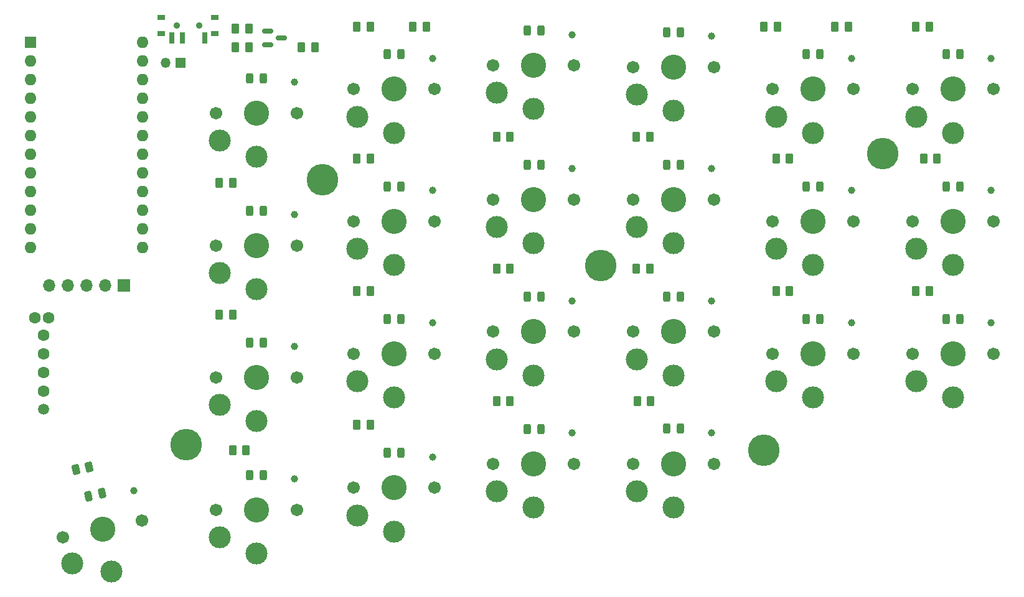
<source format=gts>
%TF.GenerationSoftware,KiCad,Pcbnew,7.0.5-0*%
%TF.CreationDate,2023-08-04T20:21:57+09:30*%
%TF.ProjectId,Rolio,436f726e-6552-46f6-9c69-6f2e6b696361,rev?*%
%TF.SameCoordinates,Original*%
%TF.FileFunction,Soldermask,Top*%
%TF.FilePolarity,Negative*%
%FSLAX46Y46*%
G04 Gerber Fmt 4.6, Leading zero omitted, Abs format (unit mm)*
G04 Created by KiCad (PCBNEW 7.0.5-0) date 2023-08-04 20:21:57*
%MOMM*%
%LPD*%
G01*
G04 APERTURE LIST*
G04 Aperture macros list*
%AMRoundRect*
0 Rectangle with rounded corners*
0 $1 Rounding radius*
0 $2 $3 $4 $5 $6 $7 $8 $9 X,Y pos of 4 corners*
0 Add a 4 corners polygon primitive as box body*
4,1,4,$2,$3,$4,$5,$6,$7,$8,$9,$2,$3,0*
0 Add four circle primitives for the rounded corners*
1,1,$1+$1,$2,$3*
1,1,$1+$1,$4,$5*
1,1,$1+$1,$6,$7*
1,1,$1+$1,$8,$9*
0 Add four rect primitives between the rounded corners*
20,1,$1+$1,$2,$3,$4,$5,0*
20,1,$1+$1,$4,$5,$6,$7,0*
20,1,$1+$1,$6,$7,$8,$9,0*
20,1,$1+$1,$8,$9,$2,$3,0*%
G04 Aperture macros list end*
%ADD10C,1.701800*%
%ADD11C,3.000000*%
%ADD12C,3.429000*%
%ADD13C,0.990600*%
%ADD14RoundRect,0.250000X-0.262500X-0.450000X0.262500X-0.450000X0.262500X0.450000X-0.262500X0.450000X0*%
%ADD15C,4.300000*%
%ADD16RoundRect,0.243750X-0.243750X-0.456250X0.243750X-0.456250X0.243750X0.456250X-0.243750X0.456250X0*%
%ADD17R,1.700000X1.700000*%
%ADD18O,1.700000X1.700000*%
%ADD19RoundRect,0.250000X0.163203X0.494743X-0.350324X0.385590X-0.163203X-0.494743X0.350324X-0.385590X0*%
%ADD20C,1.500000*%
%ADD21C,1.600000*%
%ADD22R,1.000000X0.800000*%
%ADD23C,0.900000*%
%ADD24R,0.700000X1.500000*%
%ADD25RoundRect,0.250000X0.262500X0.450000X-0.262500X0.450000X-0.262500X-0.450000X0.262500X-0.450000X0*%
%ADD26R,1.600000X1.600000*%
%ADD27O,1.600000X1.600000*%
%ADD28RoundRect,0.150000X-0.587500X-0.150000X0.587500X-0.150000X0.587500X0.150000X-0.587500X0.150000X0*%
%ADD29R,1.350000X1.350000*%
%ADD30O,1.350000X1.350000*%
%ADD31RoundRect,0.243750X-0.143564X-0.496958X0.333283X-0.395601X0.143564X0.496958X-0.333283X0.395601X0*%
G04 APERTURE END LIST*
D10*
X154320000Y-46530000D03*
D11*
X154820000Y-50280000D03*
D12*
X159820000Y-46530000D03*
D11*
X159820000Y-52480000D03*
D13*
X165040000Y-42330000D03*
D10*
X165320000Y-46530000D03*
D14*
X173787500Y-37980000D03*
X175612500Y-37980000D03*
D10*
X116320000Y-97530000D03*
D11*
X116820000Y-101280000D03*
D12*
X121820000Y-97530000D03*
D11*
X121820000Y-103480000D03*
D13*
X127040000Y-93330000D03*
D10*
X127320000Y-97530000D03*
X135320000Y-97530000D03*
D11*
X135820000Y-101280000D03*
D12*
X140820000Y-97530000D03*
D11*
X140820000Y-103480000D03*
D13*
X146040000Y-93330000D03*
D10*
X146320000Y-97530000D03*
D15*
X153095500Y-95672000D03*
D10*
X135320000Y-61530000D03*
D11*
X135820000Y-65280000D03*
D12*
X140820000Y-61530000D03*
D11*
X140820000Y-67480000D03*
D13*
X146040000Y-57330000D03*
D10*
X146320000Y-61530000D03*
D16*
X120902500Y-38525000D03*
X122777500Y-38525000D03*
D10*
X154320000Y-64530000D03*
D11*
X154820000Y-68280000D03*
D12*
X159820000Y-64530000D03*
D11*
X159820000Y-70480000D03*
D13*
X165040000Y-60330000D03*
D10*
X165320000Y-64530000D03*
D14*
X135787500Y-52980000D03*
X137612500Y-52980000D03*
D16*
X120902500Y-74775000D03*
X122777500Y-74775000D03*
D14*
X97787500Y-55980000D03*
X99612500Y-55980000D03*
D17*
X66047500Y-73280000D03*
D18*
X63507500Y-73280000D03*
X60967500Y-73280000D03*
X58427500Y-73280000D03*
X55887500Y-73280000D03*
D16*
X139902500Y-38775000D03*
X141777500Y-38775000D03*
X83182500Y-45025000D03*
X85057500Y-45025000D03*
D14*
X81274000Y-40808000D03*
X83099000Y-40808000D03*
D19*
X61352000Y-97958000D03*
X59566880Y-98337438D03*
D10*
X78600000Y-49780000D03*
D11*
X79100000Y-53530000D03*
D12*
X84100000Y-49780000D03*
D11*
X84100000Y-55730000D03*
D13*
X89320000Y-45580000D03*
D10*
X89600000Y-49780000D03*
D20*
X55197500Y-90130000D03*
D21*
X55197500Y-80020000D03*
X55197500Y-82560000D03*
X55197500Y-85100000D03*
X55197500Y-87640000D03*
X53972500Y-77630000D03*
X55822500Y-77630000D03*
D16*
X83182500Y-81025000D03*
X85057500Y-81025000D03*
D14*
X135787500Y-70980000D03*
X137612500Y-70980000D03*
X154787500Y-73980000D03*
X156612500Y-73980000D03*
X174837000Y-55980000D03*
X176662000Y-55980000D03*
X116787500Y-88980000D03*
X118612500Y-88980000D03*
X81274000Y-38268000D03*
X83099000Y-38268000D03*
D16*
X139902500Y-92675000D03*
X141777500Y-92675000D03*
D10*
X173320000Y-82530000D03*
D11*
X173820000Y-86280000D03*
D12*
X178820000Y-82530000D03*
D11*
X178820000Y-88480000D03*
D13*
X184040000Y-78330000D03*
D10*
X184320000Y-82530000D03*
D16*
X139902500Y-56775000D03*
X141777500Y-56775000D03*
D22*
X78464000Y-38922000D03*
X78464000Y-36712000D03*
D23*
X76314000Y-37812000D03*
X73314000Y-37812000D03*
D22*
X71164000Y-38922000D03*
X71164000Y-36712000D03*
D24*
X77064000Y-39572000D03*
X74064000Y-39572000D03*
X72564000Y-39572000D03*
D14*
X173787500Y-73980000D03*
X175612500Y-73980000D03*
D10*
X116320000Y-61530000D03*
D11*
X116820000Y-65280000D03*
D12*
X121820000Y-61530000D03*
D11*
X121820000Y-67480000D03*
D13*
X127040000Y-57330000D03*
D10*
X127320000Y-61530000D03*
D16*
X158902500Y-77775000D03*
X160777500Y-77775000D03*
D25*
X154974500Y-38014000D03*
X153149500Y-38014000D03*
D15*
X74560000Y-94910000D03*
D16*
X83182500Y-99025000D03*
X85057500Y-99025000D03*
D14*
X97787500Y-37980000D03*
X99612500Y-37980000D03*
D10*
X97320000Y-82530000D03*
D11*
X97820000Y-86280000D03*
D12*
X102820000Y-82530000D03*
D11*
X102820000Y-88480000D03*
D13*
X108040000Y-78330000D03*
D10*
X108320000Y-82530000D03*
D16*
X177902500Y-77775000D03*
X179777500Y-77775000D03*
D10*
X116320000Y-79530000D03*
D11*
X116820000Y-83280000D03*
D12*
X121820000Y-79530000D03*
D11*
X121820000Y-85480000D03*
D13*
X127040000Y-75330000D03*
D10*
X127320000Y-79530000D03*
D15*
X93102000Y-58842000D03*
D10*
X97320000Y-46530000D03*
D11*
X97820000Y-50280000D03*
D12*
X102820000Y-46530000D03*
D11*
X102820000Y-52480000D03*
D13*
X108040000Y-42330000D03*
D10*
X108320000Y-46530000D03*
D16*
X101902500Y-59775000D03*
X103777500Y-59775000D03*
X158902500Y-41775000D03*
X160777500Y-41775000D03*
D14*
X116787500Y-52980000D03*
X118612500Y-52980000D03*
D15*
X169302000Y-55286000D03*
D26*
X53347500Y-40170000D03*
D27*
X53347500Y-42710000D03*
X53347500Y-45250000D03*
X53347500Y-47790000D03*
X53347500Y-50330000D03*
X53347500Y-52870000D03*
X53347500Y-55410000D03*
X53347500Y-57950000D03*
X53347500Y-60490000D03*
X53347500Y-63030000D03*
X53347500Y-65570000D03*
X53347500Y-68110000D03*
X68587500Y-68110000D03*
X68587500Y-65570000D03*
X68587500Y-63030000D03*
X68587500Y-60490000D03*
X68587500Y-57950000D03*
X68587500Y-55410000D03*
X68587500Y-52870000D03*
X68587500Y-50330000D03*
X68587500Y-47790000D03*
X68587500Y-45250000D03*
X68587500Y-42710000D03*
X68587500Y-40170000D03*
D16*
X101902500Y-96025000D03*
X103777500Y-96025000D03*
D14*
X79067500Y-77230000D03*
X80892500Y-77230000D03*
X80857000Y-95720000D03*
X82682000Y-95720000D03*
D10*
X173320000Y-64530000D03*
D11*
X173820000Y-68280000D03*
D12*
X178820000Y-64530000D03*
D11*
X178820000Y-70480000D03*
D13*
X184040000Y-60330000D03*
D10*
X184320000Y-64530000D03*
D25*
X164626500Y-38014000D03*
X162801500Y-38014000D03*
D10*
X173320000Y-46530000D03*
D11*
X173820000Y-50280000D03*
D12*
X178820000Y-46530000D03*
D11*
X178820000Y-52480000D03*
D13*
X184040000Y-42330000D03*
D10*
X184320000Y-46530000D03*
D14*
X135907500Y-88980000D03*
X137732500Y-88980000D03*
D15*
X130962000Y-70526000D03*
D16*
X158902500Y-59775000D03*
X160777500Y-59775000D03*
D10*
X78600000Y-85780000D03*
D11*
X79100000Y-89530000D03*
D12*
X84100000Y-85780000D03*
D11*
X84100000Y-91730000D03*
D13*
X89320000Y-81580000D03*
D10*
X89600000Y-85780000D03*
X116320000Y-43280000D03*
D11*
X116820000Y-47030000D03*
D12*
X121820000Y-43280000D03*
D11*
X121820000Y-49230000D03*
D13*
X127040000Y-39080000D03*
D10*
X127320000Y-43280000D03*
D28*
X85639000Y-38588000D03*
X85639000Y-40488000D03*
X87514000Y-39538000D03*
D14*
X97787500Y-92230000D03*
X99612500Y-92230000D03*
D10*
X57780568Y-107547989D03*
D11*
X59049311Y-111112087D03*
D12*
X63160380Y-106404475D03*
D11*
X64397455Y-112224453D03*
D13*
X67393081Y-101210956D03*
D10*
X68540192Y-105260961D03*
D16*
X83182500Y-63070000D03*
X85057500Y-63070000D03*
D14*
X105397500Y-38014000D03*
X107222500Y-38014000D03*
D10*
X78600000Y-67825000D03*
D11*
X79100000Y-71575000D03*
D12*
X84100000Y-67825000D03*
D11*
X84100000Y-73775000D03*
D13*
X89320000Y-63625000D03*
D10*
X89600000Y-67825000D03*
D14*
X116787500Y-70980000D03*
X118612500Y-70980000D03*
D10*
X135320000Y-79530000D03*
D11*
X135820000Y-83280000D03*
D12*
X140820000Y-79530000D03*
D11*
X140820000Y-85480000D03*
D13*
X146040000Y-75330000D03*
D10*
X146320000Y-79530000D03*
D29*
X73782000Y-42926000D03*
D30*
X71782000Y-42926000D03*
D16*
X120902500Y-56775000D03*
X122777500Y-56775000D03*
D14*
X97787500Y-73980000D03*
X99612500Y-73980000D03*
D16*
X101902500Y-77775000D03*
X103777500Y-77775000D03*
D10*
X97320000Y-64530000D03*
D11*
X97820000Y-68280000D03*
D12*
X102820000Y-64530000D03*
D11*
X102820000Y-70480000D03*
D13*
X108040000Y-60330000D03*
D10*
X108320000Y-64530000D03*
D16*
X101902500Y-41775000D03*
X103777500Y-41775000D03*
D10*
X135320000Y-43530000D03*
D11*
X135820000Y-47280000D03*
D12*
X140820000Y-43530000D03*
D11*
X140820000Y-49480000D03*
D13*
X146040000Y-39330000D03*
D10*
X146320000Y-43530000D03*
D16*
X139902500Y-74775000D03*
X141777500Y-74775000D03*
X120902500Y-92775000D03*
X122777500Y-92775000D03*
D14*
X79067500Y-59275000D03*
X80892500Y-59275000D03*
D10*
X97320000Y-100780000D03*
D11*
X97820000Y-104530000D03*
D12*
X102820000Y-100780000D03*
D11*
X102820000Y-106730000D03*
D13*
X108040000Y-96580000D03*
D10*
X108320000Y-100780000D03*
D25*
X92061000Y-40808000D03*
X90236000Y-40808000D03*
D10*
X154320000Y-82530000D03*
D11*
X154820000Y-86280000D03*
D12*
X159820000Y-82530000D03*
D11*
X159820000Y-88480000D03*
D13*
X165040000Y-78330000D03*
D10*
X165320000Y-82530000D03*
X78600000Y-103780000D03*
D11*
X79100000Y-107530000D03*
D12*
X84100000Y-103780000D03*
D11*
X84100000Y-109730000D03*
D13*
X89320000Y-99580000D03*
D10*
X89600000Y-103780000D03*
D16*
X177902500Y-41775000D03*
X179777500Y-41775000D03*
D14*
X154787500Y-55980000D03*
X156612500Y-55980000D03*
D31*
X61241531Y-101951109D03*
X63075557Y-101561275D03*
D16*
X177902500Y-59775000D03*
X179777500Y-59775000D03*
M02*

</source>
